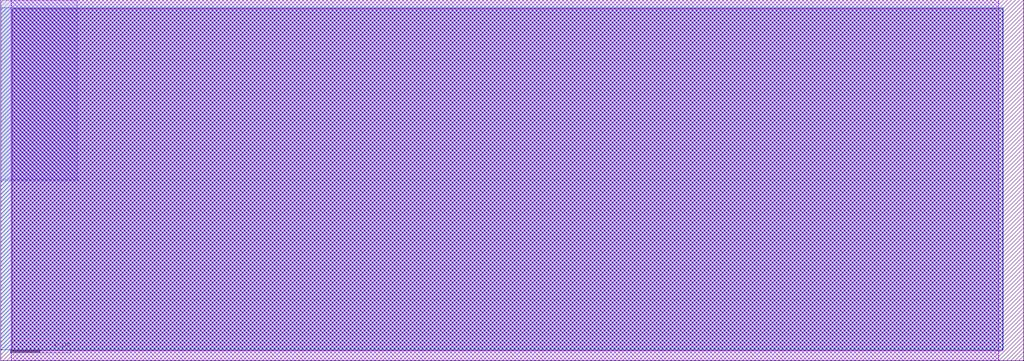
<source format=lef>
VERSION 5.7 ;
  NOWIREEXTENSIONATPIN ON ;
  DIVIDERCHAR "/" ;
  BUSBITCHARS "[]" ;
UNITS
  DATABASE MICRONS 200 ;
END UNITS

LAYER via2
  TYPE CUT ;
END via2

LAYER via
  TYPE CUT ;
END via

LAYER nwell
  TYPE MASTERSLICE ;
END nwell

LAYER via3
  TYPE CUT ;
END via3

LAYER pwell
  TYPE MASTERSLICE ;
END pwell

LAYER via4
  TYPE CUT ;
END via4

LAYER mcon
  TYPE CUT ;
END mcon

LAYER met6
  TYPE ROUTING ;
  WIDTH 0.030000 ;
  SPACING 0.040000 ;
  DIRECTION HORIZONTAL ;
END met6

LAYER met1
  TYPE ROUTING ;
  WIDTH 0.140000 ;
  SPACING 0.140000 ;
  DIRECTION HORIZONTAL ;
END met1

LAYER met3
  TYPE ROUTING ;
  WIDTH 0.300000 ;
  SPACING 0.300000 ;
  DIRECTION HORIZONTAL ;
END met3

LAYER met2
  TYPE ROUTING ;
  WIDTH 0.140000 ;
  SPACING 0.140000 ;
  DIRECTION HORIZONTAL ;
END met2

LAYER met4
  TYPE ROUTING ;
  WIDTH 0.300000 ;
  SPACING 0.300000 ;
  DIRECTION HORIZONTAL ;
END met4

LAYER met5
  TYPE ROUTING ;
  WIDTH 1.600000 ;
  SPACING 1.600000 ;
  DIRECTION HORIZONTAL ;
END met5

LAYER li1
  TYPE ROUTING ;
  WIDTH 0.170000 ;
  SPACING 0.170000 ;
  DIRECTION HORIZONTAL ;
END li1

MACRO sky130_hilas_WTAblockSample01
  CLASS BLOCK ;
  FOREIGN sky130_hilas_WTAblockSample01 ;
  ORIGIN 20.050 0.050 ;
  SIZE 34.090 BY 12.030 ;
  OBS
      LAYER nwell ;
        RECT -20.050 6.000 -17.490 11.970 ;
        RECT -20.050 5.950 -17.460 6.000 ;
      LAYER li1 ;
        RECT -19.660 0.290 13.350 11.680 ;
      LAYER met1 ;
        RECT -19.700 -0.050 13.210 11.980 ;
      LAYER met2 ;
        RECT -20.050 0.320 13.370 11.710 ;
  END
END sky130_hilas_WTAblockSample01
END LIBRARY


</source>
